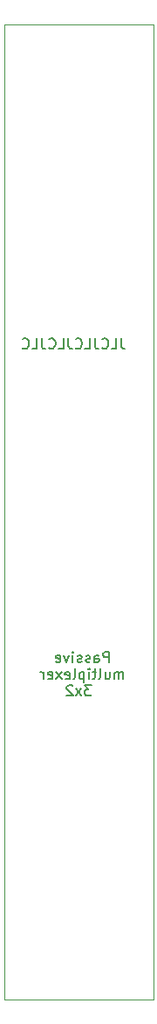
<source format=gbo>
G04 #@! TF.GenerationSoftware,KiCad,Pcbnew,(6.0.0)*
G04 #@! TF.CreationDate,2022-04-30T18:42:26+02:00*
G04 #@! TF.ProjectId,Multiplexer_3x2,4d756c74-6970-46c6-9578-65725f337832,rev?*
G04 #@! TF.SameCoordinates,Original*
G04 #@! TF.FileFunction,Legend,Bot*
G04 #@! TF.FilePolarity,Positive*
%FSLAX46Y46*%
G04 Gerber Fmt 4.6, Leading zero omitted, Abs format (unit mm)*
G04 Created by KiCad (PCBNEW (6.0.0)) date 2022-04-30 18:42:26*
%MOMM*%
%LPD*%
G01*
G04 APERTURE LIST*
G04 #@! TA.AperFunction,Profile*
%ADD10C,0.050000*%
G04 #@! TD*
%ADD11C,0.150000*%
%ADD12R,1.830000X1.930000*%
%ADD13C,2.130000*%
G04 APERTURE END LIST*
D10*
X52750000Y-37000000D02*
X67250000Y-37000000D01*
X67250000Y-37000000D02*
X67250000Y-131500000D01*
X52750000Y-131500000D02*
X67250000Y-131500000D01*
X52750000Y-37000000D02*
X52750000Y-131500000D01*
D11*
X64119047Y-67452380D02*
X64119047Y-68166666D01*
X64166666Y-68309523D01*
X64261904Y-68404761D01*
X64404761Y-68452380D01*
X64500000Y-68452380D01*
X63166666Y-68452380D02*
X63642857Y-68452380D01*
X63642857Y-67452380D01*
X62261904Y-68357142D02*
X62309523Y-68404761D01*
X62452380Y-68452380D01*
X62547619Y-68452380D01*
X62690476Y-68404761D01*
X62785714Y-68309523D01*
X62833333Y-68214285D01*
X62880952Y-68023809D01*
X62880952Y-67880952D01*
X62833333Y-67690476D01*
X62785714Y-67595238D01*
X62690476Y-67500000D01*
X62547619Y-67452380D01*
X62452380Y-67452380D01*
X62309523Y-67500000D01*
X62261904Y-67547619D01*
X61547619Y-67452380D02*
X61547619Y-68166666D01*
X61595238Y-68309523D01*
X61690476Y-68404761D01*
X61833333Y-68452380D01*
X61928571Y-68452380D01*
X60595238Y-68452380D02*
X61071428Y-68452380D01*
X61071428Y-67452380D01*
X59690476Y-68357142D02*
X59738095Y-68404761D01*
X59880952Y-68452380D01*
X59976190Y-68452380D01*
X60119047Y-68404761D01*
X60214285Y-68309523D01*
X60261904Y-68214285D01*
X60309523Y-68023809D01*
X60309523Y-67880952D01*
X60261904Y-67690476D01*
X60214285Y-67595238D01*
X60119047Y-67500000D01*
X59976190Y-67452380D01*
X59880952Y-67452380D01*
X59738095Y-67500000D01*
X59690476Y-67547619D01*
X58976190Y-67452380D02*
X58976190Y-68166666D01*
X59023809Y-68309523D01*
X59119047Y-68404761D01*
X59261904Y-68452380D01*
X59357142Y-68452380D01*
X58023809Y-68452380D02*
X58500000Y-68452380D01*
X58500000Y-67452380D01*
X57119047Y-68357142D02*
X57166666Y-68404761D01*
X57309523Y-68452380D01*
X57404761Y-68452380D01*
X57547619Y-68404761D01*
X57642857Y-68309523D01*
X57690476Y-68214285D01*
X57738095Y-68023809D01*
X57738095Y-67880952D01*
X57690476Y-67690476D01*
X57642857Y-67595238D01*
X57547619Y-67500000D01*
X57404761Y-67452380D01*
X57309523Y-67452380D01*
X57166666Y-67500000D01*
X57119047Y-67547619D01*
X56404761Y-67452380D02*
X56404761Y-68166666D01*
X56452380Y-68309523D01*
X56547619Y-68404761D01*
X56690476Y-68452380D01*
X56785714Y-68452380D01*
X55452380Y-68452380D02*
X55928571Y-68452380D01*
X55928571Y-67452380D01*
X54547619Y-68357142D02*
X54595238Y-68404761D01*
X54738095Y-68452380D01*
X54833333Y-68452380D01*
X54976190Y-68404761D01*
X55071428Y-68309523D01*
X55119047Y-68214285D01*
X55166666Y-68023809D01*
X55166666Y-67880952D01*
X55119047Y-67690476D01*
X55071428Y-67595238D01*
X54976190Y-67500000D01*
X54833333Y-67452380D01*
X54738095Y-67452380D01*
X54595238Y-67500000D01*
X54547619Y-67547619D01*
X62952380Y-98842380D02*
X62952380Y-97842380D01*
X62571428Y-97842380D01*
X62476190Y-97890000D01*
X62428571Y-97937619D01*
X62380952Y-98032857D01*
X62380952Y-98175714D01*
X62428571Y-98270952D01*
X62476190Y-98318571D01*
X62571428Y-98366190D01*
X62952380Y-98366190D01*
X61523809Y-98842380D02*
X61523809Y-98318571D01*
X61571428Y-98223333D01*
X61666666Y-98175714D01*
X61857142Y-98175714D01*
X61952380Y-98223333D01*
X61523809Y-98794761D02*
X61619047Y-98842380D01*
X61857142Y-98842380D01*
X61952380Y-98794761D01*
X62000000Y-98699523D01*
X62000000Y-98604285D01*
X61952380Y-98509047D01*
X61857142Y-98461428D01*
X61619047Y-98461428D01*
X61523809Y-98413809D01*
X61095238Y-98794761D02*
X61000000Y-98842380D01*
X60809523Y-98842380D01*
X60714285Y-98794761D01*
X60666666Y-98699523D01*
X60666666Y-98651904D01*
X60714285Y-98556666D01*
X60809523Y-98509047D01*
X60952380Y-98509047D01*
X61047619Y-98461428D01*
X61095238Y-98366190D01*
X61095238Y-98318571D01*
X61047619Y-98223333D01*
X60952380Y-98175714D01*
X60809523Y-98175714D01*
X60714285Y-98223333D01*
X60285714Y-98794761D02*
X60190476Y-98842380D01*
X59999999Y-98842380D01*
X59904761Y-98794761D01*
X59857142Y-98699523D01*
X59857142Y-98651904D01*
X59904761Y-98556666D01*
X59999999Y-98509047D01*
X60142857Y-98509047D01*
X60238095Y-98461428D01*
X60285714Y-98366190D01*
X60285714Y-98318571D01*
X60238095Y-98223333D01*
X60142857Y-98175714D01*
X59999999Y-98175714D01*
X59904761Y-98223333D01*
X59428571Y-98842380D02*
X59428571Y-98175714D01*
X59428571Y-97842380D02*
X59476190Y-97890000D01*
X59428571Y-97937619D01*
X59380952Y-97890000D01*
X59428571Y-97842380D01*
X59428571Y-97937619D01*
X59047619Y-98175714D02*
X58809523Y-98842380D01*
X58571428Y-98175714D01*
X57809523Y-98794761D02*
X57904761Y-98842380D01*
X58095238Y-98842380D01*
X58190476Y-98794761D01*
X58238095Y-98699523D01*
X58238095Y-98318571D01*
X58190476Y-98223333D01*
X58095238Y-98175714D01*
X57904761Y-98175714D01*
X57809523Y-98223333D01*
X57761904Y-98318571D01*
X57761904Y-98413809D01*
X58238095Y-98509047D01*
X64333333Y-100452380D02*
X64333333Y-99785714D01*
X64333333Y-99880952D02*
X64285714Y-99833333D01*
X64190476Y-99785714D01*
X64047619Y-99785714D01*
X63952380Y-99833333D01*
X63904761Y-99928571D01*
X63904761Y-100452380D01*
X63904761Y-99928571D02*
X63857142Y-99833333D01*
X63761904Y-99785714D01*
X63619047Y-99785714D01*
X63523809Y-99833333D01*
X63476190Y-99928571D01*
X63476190Y-100452380D01*
X62571428Y-99785714D02*
X62571428Y-100452380D01*
X63000000Y-99785714D02*
X63000000Y-100309523D01*
X62952380Y-100404761D01*
X62857142Y-100452380D01*
X62714285Y-100452380D01*
X62619047Y-100404761D01*
X62571428Y-100357142D01*
X61952380Y-100452380D02*
X62047619Y-100404761D01*
X62095238Y-100309523D01*
X62095238Y-99452380D01*
X61714285Y-99785714D02*
X61333333Y-99785714D01*
X61571428Y-99452380D02*
X61571428Y-100309523D01*
X61523809Y-100404761D01*
X61428571Y-100452380D01*
X61333333Y-100452380D01*
X61000000Y-100452380D02*
X61000000Y-99785714D01*
X61000000Y-99452380D02*
X61047619Y-99500000D01*
X61000000Y-99547619D01*
X60952380Y-99500000D01*
X61000000Y-99452380D01*
X61000000Y-99547619D01*
X60523809Y-99785714D02*
X60523809Y-100785714D01*
X60523809Y-99833333D02*
X60428571Y-99785714D01*
X60238095Y-99785714D01*
X60142857Y-99833333D01*
X60095238Y-99880952D01*
X60047619Y-99976190D01*
X60047619Y-100261904D01*
X60095238Y-100357142D01*
X60142857Y-100404761D01*
X60238095Y-100452380D01*
X60428571Y-100452380D01*
X60523809Y-100404761D01*
X59476190Y-100452380D02*
X59571428Y-100404761D01*
X59619047Y-100309523D01*
X59619047Y-99452380D01*
X58714285Y-100404761D02*
X58809523Y-100452380D01*
X59000000Y-100452380D01*
X59095238Y-100404761D01*
X59142857Y-100309523D01*
X59142857Y-99928571D01*
X59095238Y-99833333D01*
X59000000Y-99785714D01*
X58809523Y-99785714D01*
X58714285Y-99833333D01*
X58666666Y-99928571D01*
X58666666Y-100023809D01*
X59142857Y-100119047D01*
X58333333Y-100452380D02*
X57809523Y-99785714D01*
X58333333Y-99785714D02*
X57809523Y-100452380D01*
X57047619Y-100404761D02*
X57142857Y-100452380D01*
X57333333Y-100452380D01*
X57428571Y-100404761D01*
X57476190Y-100309523D01*
X57476190Y-99928571D01*
X57428571Y-99833333D01*
X57333333Y-99785714D01*
X57142857Y-99785714D01*
X57047619Y-99833333D01*
X57000000Y-99928571D01*
X57000000Y-100023809D01*
X57476190Y-100119047D01*
X56571428Y-100452380D02*
X56571428Y-99785714D01*
X56571428Y-99976190D02*
X56523809Y-99880952D01*
X56476190Y-99833333D01*
X56380952Y-99785714D01*
X56285714Y-99785714D01*
X61214285Y-101062380D02*
X60595238Y-101062380D01*
X60928571Y-101443333D01*
X60785714Y-101443333D01*
X60690476Y-101490952D01*
X60642857Y-101538571D01*
X60595238Y-101633809D01*
X60595238Y-101871904D01*
X60642857Y-101967142D01*
X60690476Y-102014761D01*
X60785714Y-102062380D01*
X61071428Y-102062380D01*
X61166666Y-102014761D01*
X61214285Y-101967142D01*
X60261904Y-102062380D02*
X59738095Y-101395714D01*
X60261904Y-101395714D02*
X59738095Y-102062380D01*
X59404761Y-101157619D02*
X59357142Y-101110000D01*
X59261904Y-101062380D01*
X59023809Y-101062380D01*
X58928571Y-101110000D01*
X58880952Y-101157619D01*
X58833333Y-101252857D01*
X58833333Y-101348095D01*
X58880952Y-101490952D01*
X59452380Y-102062380D01*
X58833333Y-102062380D01*
%LPC*%
D12*
X65780000Y-94000000D03*
D13*
X54380000Y-94000000D03*
X62680000Y-94000000D03*
D12*
X65780000Y-74000000D03*
D13*
X54380000Y-74000000D03*
X62680000Y-74000000D03*
D12*
X65780000Y-126000000D03*
D13*
X54380000Y-126000000D03*
X62680000Y-126000000D03*
D12*
X65780000Y-84000000D03*
D13*
X54380000Y-84000000D03*
X62680000Y-84000000D03*
D12*
X65780000Y-106000000D03*
D13*
X54380000Y-106000000D03*
X62680000Y-106000000D03*
D12*
X65780000Y-62000000D03*
D13*
X54380000Y-62000000D03*
X62680000Y-62000000D03*
D12*
X65780000Y-42000000D03*
D13*
X54380000Y-42000000D03*
X62680000Y-42000000D03*
D12*
X65780000Y-116000000D03*
D13*
X54380000Y-116000000D03*
X62680000Y-116000000D03*
D12*
X65780000Y-52000000D03*
D13*
X54380000Y-52000000D03*
X62680000Y-52000000D03*
M02*

</source>
